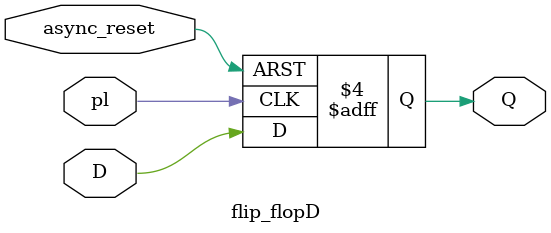
<source format=v>
`timescale 1ns / 1ps
module flip_flopD (D,pl,async_reset,Q);
input D; // Data input 
input pl; // clock input 
input async_reset; // asynchronous reset high level
output reg Q=0; // output Q 
always @(posedge pl or posedge async_reset) 
begin
if(async_reset==1'b1)
  Q <= 1'b0; 
 else 
  Q <= D; 
end 
endmodule

</source>
